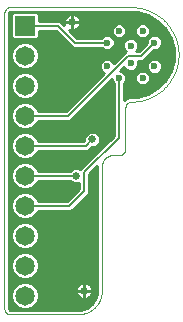
<source format=gbl>
G75*
%MOIN*%
%OFA0B0*%
%FSLAX25Y25*%
%IPPOS*%
%LPD*%
%AMOC8*
5,1,8,0,0,1.08239X$1,22.5*
%
%ADD10C,0.00000*%
%ADD11C,0.02362*%
%ADD12R,0.06500X0.06500*%
%ADD13C,0.06500*%
%ADD14C,0.00787*%
%ADD15C,0.02559*%
%ADD16C,0.01000*%
D10*
X0043854Y0005437D02*
X0043854Y0103862D01*
X0043853Y0103862D02*
X0043855Y0103948D01*
X0043860Y0104034D01*
X0043870Y0104119D01*
X0043883Y0104204D01*
X0043900Y0104288D01*
X0043920Y0104372D01*
X0043944Y0104454D01*
X0043972Y0104535D01*
X0044003Y0104616D01*
X0044037Y0104694D01*
X0044075Y0104771D01*
X0044117Y0104847D01*
X0044161Y0104920D01*
X0044209Y0104991D01*
X0044260Y0105061D01*
X0044314Y0105128D01*
X0044370Y0105192D01*
X0044430Y0105254D01*
X0044492Y0105314D01*
X0044556Y0105370D01*
X0044623Y0105424D01*
X0044693Y0105475D01*
X0044764Y0105523D01*
X0044838Y0105567D01*
X0044913Y0105609D01*
X0044990Y0105647D01*
X0045068Y0105681D01*
X0045149Y0105712D01*
X0045230Y0105740D01*
X0045312Y0105764D01*
X0045396Y0105784D01*
X0045480Y0105801D01*
X0045565Y0105814D01*
X0045650Y0105824D01*
X0045736Y0105829D01*
X0045822Y0105831D01*
X0086176Y0105831D01*
X0101924Y0090083D02*
X0101919Y0089702D01*
X0101906Y0089322D01*
X0101883Y0088942D01*
X0101850Y0088563D01*
X0101809Y0088185D01*
X0101759Y0087808D01*
X0101699Y0087432D01*
X0101631Y0087057D01*
X0101553Y0086685D01*
X0101466Y0086314D01*
X0101371Y0085946D01*
X0101266Y0085580D01*
X0101153Y0085217D01*
X0101031Y0084856D01*
X0100901Y0084499D01*
X0100761Y0084145D01*
X0100614Y0083794D01*
X0100457Y0083447D01*
X0100293Y0083104D01*
X0100120Y0082765D01*
X0099939Y0082430D01*
X0099750Y0082099D01*
X0099553Y0081774D01*
X0099349Y0081453D01*
X0099136Y0081137D01*
X0098916Y0080827D01*
X0098689Y0080521D01*
X0098454Y0080222D01*
X0098212Y0079928D01*
X0097964Y0079640D01*
X0097708Y0079358D01*
X0097445Y0079083D01*
X0097176Y0078814D01*
X0096901Y0078551D01*
X0096619Y0078295D01*
X0096331Y0078047D01*
X0096037Y0077805D01*
X0095738Y0077570D01*
X0095432Y0077343D01*
X0095122Y0077123D01*
X0094806Y0076910D01*
X0094485Y0076706D01*
X0094160Y0076509D01*
X0093829Y0076320D01*
X0093494Y0076139D01*
X0093155Y0075966D01*
X0092812Y0075802D01*
X0092465Y0075645D01*
X0092114Y0075498D01*
X0091760Y0075358D01*
X0091403Y0075228D01*
X0091042Y0075106D01*
X0090679Y0074993D01*
X0090313Y0074888D01*
X0089945Y0074793D01*
X0089574Y0074706D01*
X0089202Y0074628D01*
X0088827Y0074560D01*
X0088451Y0074500D01*
X0088074Y0074450D01*
X0087696Y0074409D01*
X0087317Y0074376D01*
X0086937Y0074353D01*
X0086557Y0074340D01*
X0086176Y0074335D01*
X0086090Y0074333D01*
X0086004Y0074328D01*
X0085919Y0074318D01*
X0085834Y0074305D01*
X0085750Y0074288D01*
X0085666Y0074268D01*
X0085584Y0074244D01*
X0085503Y0074216D01*
X0085422Y0074185D01*
X0085344Y0074151D01*
X0085267Y0074113D01*
X0085192Y0074071D01*
X0085118Y0074027D01*
X0085047Y0073979D01*
X0084977Y0073928D01*
X0084910Y0073874D01*
X0084846Y0073818D01*
X0084784Y0073758D01*
X0084724Y0073696D01*
X0084668Y0073632D01*
X0084614Y0073565D01*
X0084563Y0073495D01*
X0084515Y0073424D01*
X0084471Y0073351D01*
X0084429Y0073275D01*
X0084391Y0073198D01*
X0084357Y0073120D01*
X0084326Y0073039D01*
X0084298Y0072958D01*
X0084274Y0072876D01*
X0084254Y0072792D01*
X0084237Y0072708D01*
X0084224Y0072623D01*
X0084214Y0072538D01*
X0084209Y0072452D01*
X0084207Y0072366D01*
X0084208Y0072366D02*
X0084208Y0058587D01*
X0084206Y0058501D01*
X0084201Y0058415D01*
X0084191Y0058330D01*
X0084178Y0058245D01*
X0084161Y0058161D01*
X0084141Y0058077D01*
X0084117Y0057995D01*
X0084089Y0057914D01*
X0084058Y0057833D01*
X0084024Y0057755D01*
X0083986Y0057678D01*
X0083944Y0057603D01*
X0083900Y0057529D01*
X0083852Y0057458D01*
X0083801Y0057388D01*
X0083747Y0057321D01*
X0083691Y0057257D01*
X0083631Y0057195D01*
X0083569Y0057135D01*
X0083505Y0057079D01*
X0083438Y0057025D01*
X0083368Y0056974D01*
X0083297Y0056926D01*
X0083224Y0056882D01*
X0083148Y0056840D01*
X0083071Y0056802D01*
X0082993Y0056768D01*
X0082912Y0056737D01*
X0082831Y0056709D01*
X0082749Y0056685D01*
X0082665Y0056665D01*
X0082581Y0056648D01*
X0082496Y0056635D01*
X0082411Y0056625D01*
X0082325Y0056620D01*
X0082239Y0056618D01*
X0080271Y0056618D01*
X0080147Y0056616D01*
X0080024Y0056610D01*
X0079900Y0056601D01*
X0079778Y0056587D01*
X0079655Y0056570D01*
X0079533Y0056548D01*
X0079412Y0056523D01*
X0079292Y0056494D01*
X0079173Y0056462D01*
X0079054Y0056425D01*
X0078937Y0056385D01*
X0078822Y0056342D01*
X0078707Y0056294D01*
X0078595Y0056243D01*
X0078484Y0056189D01*
X0078374Y0056131D01*
X0078267Y0056070D01*
X0078161Y0056005D01*
X0078058Y0055937D01*
X0077957Y0055866D01*
X0077858Y0055792D01*
X0077761Y0055715D01*
X0077667Y0055634D01*
X0077576Y0055551D01*
X0077487Y0055465D01*
X0077401Y0055376D01*
X0077318Y0055285D01*
X0077237Y0055191D01*
X0077160Y0055094D01*
X0077086Y0054995D01*
X0077015Y0054894D01*
X0076947Y0054791D01*
X0076882Y0054685D01*
X0076821Y0054578D01*
X0076763Y0054468D01*
X0076709Y0054357D01*
X0076658Y0054245D01*
X0076610Y0054130D01*
X0076567Y0054015D01*
X0076527Y0053898D01*
X0076490Y0053779D01*
X0076458Y0053660D01*
X0076429Y0053540D01*
X0076404Y0053419D01*
X0076382Y0053297D01*
X0076365Y0053174D01*
X0076351Y0053052D01*
X0076342Y0052928D01*
X0076336Y0052805D01*
X0076334Y0052681D01*
X0076334Y0011343D01*
X0076332Y0011153D01*
X0076325Y0010963D01*
X0076313Y0010773D01*
X0076297Y0010583D01*
X0076277Y0010394D01*
X0076251Y0010205D01*
X0076222Y0010017D01*
X0076187Y0009830D01*
X0076148Y0009644D01*
X0076105Y0009459D01*
X0076057Y0009274D01*
X0076005Y0009091D01*
X0075949Y0008910D01*
X0075888Y0008730D01*
X0075822Y0008551D01*
X0075753Y0008374D01*
X0075679Y0008198D01*
X0075601Y0008025D01*
X0075518Y0007853D01*
X0075432Y0007684D01*
X0075342Y0007516D01*
X0075247Y0007351D01*
X0075149Y0007188D01*
X0075046Y0007028D01*
X0074940Y0006870D01*
X0074830Y0006715D01*
X0074717Y0006562D01*
X0074599Y0006412D01*
X0074478Y0006266D01*
X0074354Y0006122D01*
X0074226Y0005981D01*
X0074095Y0005843D01*
X0073960Y0005708D01*
X0073822Y0005577D01*
X0073681Y0005449D01*
X0073537Y0005325D01*
X0073391Y0005204D01*
X0073241Y0005086D01*
X0073088Y0004973D01*
X0072933Y0004863D01*
X0072775Y0004757D01*
X0072615Y0004654D01*
X0072452Y0004556D01*
X0072287Y0004461D01*
X0072119Y0004371D01*
X0071950Y0004285D01*
X0071778Y0004202D01*
X0071605Y0004124D01*
X0071429Y0004050D01*
X0071252Y0003981D01*
X0071073Y0003915D01*
X0070893Y0003854D01*
X0070712Y0003798D01*
X0070529Y0003746D01*
X0070344Y0003698D01*
X0070159Y0003655D01*
X0069973Y0003616D01*
X0069786Y0003581D01*
X0069598Y0003552D01*
X0069409Y0003526D01*
X0069220Y0003506D01*
X0069030Y0003490D01*
X0068840Y0003478D01*
X0068650Y0003471D01*
X0068460Y0003469D01*
X0045822Y0003469D01*
X0045822Y0003468D02*
X0045736Y0003470D01*
X0045650Y0003475D01*
X0045565Y0003485D01*
X0045480Y0003498D01*
X0045396Y0003515D01*
X0045312Y0003535D01*
X0045230Y0003559D01*
X0045149Y0003587D01*
X0045068Y0003618D01*
X0044990Y0003652D01*
X0044913Y0003690D01*
X0044838Y0003732D01*
X0044764Y0003776D01*
X0044693Y0003824D01*
X0044623Y0003875D01*
X0044556Y0003929D01*
X0044492Y0003985D01*
X0044430Y0004045D01*
X0044370Y0004107D01*
X0044314Y0004171D01*
X0044260Y0004238D01*
X0044209Y0004308D01*
X0044161Y0004379D01*
X0044117Y0004453D01*
X0044075Y0004528D01*
X0044037Y0004605D01*
X0044003Y0004683D01*
X0043972Y0004764D01*
X0043944Y0004845D01*
X0043920Y0004927D01*
X0043900Y0005011D01*
X0043883Y0005095D01*
X0043870Y0005180D01*
X0043860Y0005265D01*
X0043855Y0005351D01*
X0043853Y0005437D01*
X0101924Y0090083D02*
X0101919Y0090464D01*
X0101906Y0090844D01*
X0101883Y0091224D01*
X0101850Y0091603D01*
X0101809Y0091981D01*
X0101759Y0092358D01*
X0101699Y0092734D01*
X0101631Y0093109D01*
X0101553Y0093481D01*
X0101466Y0093852D01*
X0101371Y0094220D01*
X0101266Y0094586D01*
X0101153Y0094949D01*
X0101031Y0095310D01*
X0100901Y0095667D01*
X0100761Y0096021D01*
X0100614Y0096372D01*
X0100457Y0096719D01*
X0100293Y0097062D01*
X0100120Y0097401D01*
X0099939Y0097736D01*
X0099750Y0098067D01*
X0099553Y0098392D01*
X0099349Y0098713D01*
X0099136Y0099029D01*
X0098916Y0099339D01*
X0098689Y0099645D01*
X0098454Y0099944D01*
X0098212Y0100238D01*
X0097964Y0100526D01*
X0097708Y0100808D01*
X0097445Y0101083D01*
X0097176Y0101352D01*
X0096901Y0101615D01*
X0096619Y0101871D01*
X0096331Y0102119D01*
X0096037Y0102361D01*
X0095738Y0102596D01*
X0095432Y0102823D01*
X0095122Y0103043D01*
X0094806Y0103256D01*
X0094485Y0103460D01*
X0094160Y0103657D01*
X0093829Y0103846D01*
X0093494Y0104027D01*
X0093155Y0104200D01*
X0092812Y0104364D01*
X0092465Y0104521D01*
X0092114Y0104668D01*
X0091760Y0104808D01*
X0091403Y0104938D01*
X0091042Y0105060D01*
X0090679Y0105173D01*
X0090313Y0105278D01*
X0089945Y0105373D01*
X0089574Y0105460D01*
X0089202Y0105538D01*
X0088827Y0105606D01*
X0088451Y0105666D01*
X0088074Y0105716D01*
X0087696Y0105757D01*
X0087317Y0105790D01*
X0086937Y0105813D01*
X0086557Y0105826D01*
X0086176Y0105831D01*
D11*
X0089917Y0097957D03*
X0093854Y0094020D03*
X0093854Y0086146D03*
X0089917Y0082209D03*
X0085980Y0087130D03*
X0085980Y0093035D03*
X0082043Y0097957D03*
X0078106Y0094020D03*
X0078106Y0086146D03*
X0082043Y0082209D03*
D12*
X0050743Y0099650D03*
D13*
X0050743Y0089650D03*
X0050743Y0079650D03*
X0050743Y0069650D03*
X0050743Y0059650D03*
X0050743Y0049650D03*
X0050743Y0039650D03*
X0050743Y0029650D03*
X0050743Y0019650D03*
X0050743Y0009650D03*
D14*
X0050743Y0039650D02*
X0065493Y0039650D01*
X0070539Y0044696D01*
X0070539Y0050824D01*
X0082043Y0062327D01*
X0082043Y0082209D01*
X0084943Y0089492D02*
X0065101Y0069650D01*
X0050743Y0069650D01*
X0050743Y0059650D02*
X0070988Y0059650D01*
X0073129Y0061791D01*
X0067712Y0049650D02*
X0050743Y0049650D01*
X0067427Y0094020D02*
X0078106Y0094020D01*
X0084943Y0089492D02*
X0089326Y0089492D01*
X0093854Y0094020D01*
X0067427Y0094020D02*
X0061797Y0099650D01*
X0050743Y0099650D01*
D15*
X0066491Y0100909D03*
X0073129Y0061791D03*
X0067712Y0049650D03*
X0070428Y0011343D03*
D16*
X0070428Y0014122D01*
X0070155Y0014122D01*
X0069618Y0014015D01*
X0069112Y0013806D01*
X0068657Y0013502D01*
X0068269Y0013114D01*
X0067965Y0012659D01*
X0067756Y0012153D01*
X0067649Y0011616D01*
X0067649Y0011343D01*
X0070428Y0011343D01*
X0070428Y0011343D01*
X0070428Y0011342D01*
X0070428Y0011342D01*
X0070428Y0008563D01*
X0070155Y0008563D01*
X0069618Y0008670D01*
X0069112Y0008879D01*
X0068657Y0009184D01*
X0068269Y0009571D01*
X0067965Y0010026D01*
X0067756Y0010532D01*
X0067649Y0011069D01*
X0067649Y0011342D01*
X0070428Y0011342D01*
X0070428Y0008563D01*
X0070702Y0008563D01*
X0071239Y0008670D01*
X0071745Y0008879D01*
X0072200Y0009184D01*
X0072587Y0009571D01*
X0072892Y0010026D01*
X0073101Y0010532D01*
X0073208Y0011069D01*
X0073208Y0011342D01*
X0070429Y0011342D01*
X0070429Y0011343D01*
X0073208Y0011343D01*
X0073208Y0011616D01*
X0073101Y0012153D01*
X0072892Y0012659D01*
X0072587Y0013114D01*
X0072200Y0013502D01*
X0071745Y0013806D01*
X0071239Y0014015D01*
X0070702Y0014122D01*
X0070428Y0014122D01*
X0070428Y0011343D01*
X0070428Y0011200D02*
X0070428Y0011200D01*
X0070428Y0010202D02*
X0070428Y0010202D01*
X0070428Y0009203D02*
X0070428Y0009203D01*
X0068637Y0009203D02*
X0055281Y0009203D01*
X0055281Y0008747D02*
X0054590Y0007079D01*
X0053314Y0005803D01*
X0051646Y0005112D01*
X0049841Y0005112D01*
X0048173Y0005803D01*
X0046897Y0007079D01*
X0046206Y0008747D01*
X0046206Y0010552D01*
X0046897Y0012220D01*
X0048173Y0013496D01*
X0049841Y0014187D01*
X0051646Y0014187D01*
X0053314Y0013496D01*
X0054590Y0012220D01*
X0055281Y0010552D01*
X0055281Y0008747D01*
X0055056Y0008205D02*
X0073981Y0008205D01*
X0074153Y0008442D02*
X0072978Y0006824D01*
X0071361Y0005649D01*
X0069459Y0005031D01*
X0068460Y0004953D01*
X0045822Y0004953D01*
X0045697Y0004969D01*
X0045480Y0005095D01*
X0045354Y0005312D01*
X0045338Y0005437D01*
X0045338Y0103862D01*
X0045354Y0103988D01*
X0045480Y0104205D01*
X0045697Y0104330D01*
X0045822Y0104346D01*
X0086176Y0104346D01*
X0088038Y0104224D01*
X0091635Y0103261D01*
X0094860Y0101399D01*
X0097493Y0098766D01*
X0099354Y0095541D01*
X0100318Y0091944D01*
X0100440Y0090083D01*
X0092294Y0090083D01*
X0093293Y0091081D02*
X0100375Y0091081D01*
X0100440Y0090083D02*
X0100440Y0090083D01*
X0100318Y0088221D01*
X0099354Y0084624D01*
X0097493Y0081399D01*
X0097493Y0081399D01*
X0094860Y0078766D01*
X0091635Y0076905D01*
X0088038Y0075941D01*
X0086176Y0075819D01*
X0085251Y0075819D01*
X0083724Y0074937D01*
X0083724Y0080399D01*
X0084135Y0080810D01*
X0084511Y0081718D01*
X0084511Y0082700D01*
X0084135Y0083607D01*
X0083441Y0084301D01*
X0082534Y0084677D01*
X0082505Y0084677D01*
X0083791Y0085963D01*
X0083887Y0085732D01*
X0084581Y0085037D01*
X0085489Y0084661D01*
X0086471Y0084661D01*
X0087378Y0085037D01*
X0088072Y0085732D01*
X0088448Y0086639D01*
X0088448Y0087621D01*
X0088369Y0087811D01*
X0090022Y0087811D01*
X0091007Y0088796D01*
X0093763Y0091551D01*
X0094345Y0091551D01*
X0095252Y0091927D01*
X0095946Y0092621D01*
X0096322Y0093529D01*
X0096322Y0094511D01*
X0095946Y0095418D01*
X0095252Y0096112D01*
X0094345Y0096488D01*
X0093363Y0096488D01*
X0092455Y0096112D01*
X0091761Y0095418D01*
X0091385Y0094511D01*
X0091385Y0093929D01*
X0088630Y0091173D01*
X0087608Y0091173D01*
X0088072Y0091637D01*
X0088448Y0092544D01*
X0088448Y0093526D01*
X0088072Y0094434D01*
X0087378Y0095128D01*
X0086471Y0095504D01*
X0085489Y0095504D01*
X0084581Y0095128D01*
X0083887Y0094434D01*
X0083511Y0093526D01*
X0083511Y0092544D01*
X0083887Y0091637D01*
X0084351Y0091173D01*
X0084247Y0091173D01*
X0080321Y0087248D01*
X0080198Y0087544D01*
X0079504Y0088238D01*
X0078597Y0088614D01*
X0077615Y0088614D01*
X0076707Y0088238D01*
X0076013Y0087544D01*
X0075637Y0086637D01*
X0075637Y0085655D01*
X0076013Y0084747D01*
X0076707Y0084053D01*
X0077004Y0083930D01*
X0064404Y0071331D01*
X0054958Y0071331D01*
X0054590Y0072220D01*
X0053314Y0073496D01*
X0051646Y0074187D01*
X0049841Y0074187D01*
X0048173Y0073496D01*
X0046897Y0072220D01*
X0046206Y0070552D01*
X0046206Y0068747D01*
X0046897Y0067079D01*
X0048173Y0065803D01*
X0049841Y0065112D01*
X0051646Y0065112D01*
X0053314Y0065803D01*
X0054590Y0067079D01*
X0054958Y0067969D01*
X0065797Y0067969D01*
X0079574Y0081746D01*
X0079574Y0081718D01*
X0079950Y0080810D01*
X0080361Y0080399D01*
X0080361Y0063023D01*
X0069165Y0051826D01*
X0068222Y0052217D01*
X0067201Y0052217D01*
X0066258Y0051826D01*
X0065763Y0051331D01*
X0054958Y0051331D01*
X0054590Y0052220D01*
X0053314Y0053496D01*
X0051646Y0054187D01*
X0049841Y0054187D01*
X0048173Y0053496D01*
X0046897Y0052220D01*
X0046206Y0050552D01*
X0046206Y0048747D01*
X0046897Y0047079D01*
X0048173Y0045803D01*
X0049841Y0045112D01*
X0051646Y0045112D01*
X0053314Y0045803D01*
X0054590Y0047079D01*
X0054958Y0047969D01*
X0065763Y0047969D01*
X0066258Y0047473D01*
X0067201Y0047083D01*
X0068222Y0047083D01*
X0068858Y0047346D01*
X0068858Y0045392D01*
X0064797Y0041331D01*
X0054958Y0041331D01*
X0054590Y0042220D01*
X0053314Y0043496D01*
X0051646Y0044187D01*
X0049841Y0044187D01*
X0048173Y0043496D01*
X0046897Y0042220D01*
X0046206Y0040552D01*
X0046206Y0038747D01*
X0046897Y0037079D01*
X0048173Y0035803D01*
X0049841Y0035112D01*
X0051646Y0035112D01*
X0053314Y0035803D01*
X0054590Y0037079D01*
X0054958Y0037969D01*
X0066189Y0037969D01*
X0071236Y0043015D01*
X0072220Y0044000D01*
X0072220Y0050127D01*
X0074850Y0052756D01*
X0074850Y0011343D01*
X0074771Y0010343D01*
X0074153Y0008442D01*
X0074401Y0009203D02*
X0072220Y0009203D01*
X0072964Y0010202D02*
X0074725Y0010202D01*
X0074838Y0011200D02*
X0073208Y0011200D01*
X0073082Y0012199D02*
X0074850Y0012199D01*
X0074850Y0013197D02*
X0072504Y0013197D01*
X0070428Y0013197D02*
X0070428Y0013197D01*
X0070428Y0012199D02*
X0070428Y0012199D01*
X0068352Y0013197D02*
X0053613Y0013197D01*
X0054599Y0012199D02*
X0067775Y0012199D01*
X0067649Y0011200D02*
X0055012Y0011200D01*
X0055281Y0010202D02*
X0067892Y0010202D01*
X0070007Y0005209D02*
X0051880Y0005209D01*
X0053718Y0006208D02*
X0072130Y0006208D01*
X0073256Y0007206D02*
X0054643Y0007206D01*
X0049607Y0005209D02*
X0045414Y0005209D01*
X0045338Y0006208D02*
X0047768Y0006208D01*
X0046844Y0007206D02*
X0045338Y0007206D01*
X0045338Y0008205D02*
X0046431Y0008205D01*
X0046206Y0009203D02*
X0045338Y0009203D01*
X0045338Y0010202D02*
X0046206Y0010202D01*
X0046474Y0011200D02*
X0045338Y0011200D01*
X0045338Y0012199D02*
X0046888Y0012199D01*
X0047874Y0013197D02*
X0045338Y0013197D01*
X0045338Y0014196D02*
X0074850Y0014196D01*
X0074850Y0015194D02*
X0051844Y0015194D01*
X0051646Y0015112D02*
X0053314Y0015803D01*
X0054590Y0017079D01*
X0055281Y0018747D01*
X0055281Y0020552D01*
X0054590Y0022220D01*
X0053314Y0023496D01*
X0051646Y0024187D01*
X0049841Y0024187D01*
X0048173Y0023496D01*
X0046897Y0022220D01*
X0046206Y0020552D01*
X0046206Y0018747D01*
X0046897Y0017079D01*
X0048173Y0015803D01*
X0049841Y0015112D01*
X0051646Y0015112D01*
X0053703Y0016193D02*
X0074850Y0016193D01*
X0074850Y0017191D02*
X0054636Y0017191D01*
X0055050Y0018190D02*
X0074850Y0018190D01*
X0074850Y0019188D02*
X0055281Y0019188D01*
X0055281Y0020187D02*
X0074850Y0020187D01*
X0074850Y0021185D02*
X0055018Y0021185D01*
X0054605Y0022184D02*
X0074850Y0022184D01*
X0074850Y0023182D02*
X0053627Y0023182D01*
X0051661Y0024181D02*
X0074850Y0024181D01*
X0074850Y0025179D02*
X0051808Y0025179D01*
X0051646Y0025112D02*
X0053314Y0025803D01*
X0054590Y0027079D01*
X0055281Y0028747D01*
X0055281Y0030552D01*
X0054590Y0032220D01*
X0053314Y0033496D01*
X0051646Y0034187D01*
X0049841Y0034187D01*
X0048173Y0033496D01*
X0046897Y0032220D01*
X0046206Y0030552D01*
X0046206Y0028747D01*
X0046897Y0027079D01*
X0048173Y0025803D01*
X0049841Y0025112D01*
X0051646Y0025112D01*
X0053689Y0026178D02*
X0074850Y0026178D01*
X0074850Y0027176D02*
X0054630Y0027176D01*
X0055044Y0028175D02*
X0074850Y0028175D01*
X0074850Y0029173D02*
X0055281Y0029173D01*
X0055281Y0030172D02*
X0074850Y0030172D01*
X0074850Y0031171D02*
X0055025Y0031171D01*
X0054611Y0032169D02*
X0074850Y0032169D01*
X0074850Y0033168D02*
X0053642Y0033168D01*
X0051697Y0034166D02*
X0074850Y0034166D01*
X0074850Y0035165D02*
X0051772Y0035165D01*
X0053674Y0036163D02*
X0074850Y0036163D01*
X0074850Y0037162D02*
X0054624Y0037162D01*
X0054617Y0042154D02*
X0065620Y0042154D01*
X0066619Y0043153D02*
X0053657Y0043153D01*
X0051732Y0044151D02*
X0067617Y0044151D01*
X0068616Y0045150D02*
X0051736Y0045150D01*
X0053659Y0046148D02*
X0068858Y0046148D01*
X0068858Y0047147D02*
X0068377Y0047147D01*
X0067047Y0047147D02*
X0054618Y0047147D01*
X0054623Y0052139D02*
X0067015Y0052139D01*
X0068409Y0052139D02*
X0069478Y0052139D01*
X0070476Y0053138D02*
X0053672Y0053138D01*
X0051768Y0054136D02*
X0071475Y0054136D01*
X0072473Y0055135D02*
X0051700Y0055135D01*
X0051646Y0055112D02*
X0053314Y0055803D01*
X0054590Y0057079D01*
X0054958Y0057969D01*
X0071684Y0057969D01*
X0072669Y0058953D01*
X0072940Y0059224D01*
X0073640Y0059224D01*
X0074583Y0059615D01*
X0075305Y0060337D01*
X0075696Y0061281D01*
X0075696Y0062302D01*
X0075305Y0063245D01*
X0074583Y0063967D01*
X0073640Y0064358D01*
X0072619Y0064358D01*
X0071675Y0063967D01*
X0070953Y0063245D01*
X0070562Y0062302D01*
X0070562Y0061602D01*
X0070291Y0061331D01*
X0054958Y0061331D01*
X0054590Y0062220D01*
X0053314Y0063496D01*
X0051646Y0064187D01*
X0049841Y0064187D01*
X0048173Y0063496D01*
X0046897Y0062220D01*
X0046206Y0060552D01*
X0046206Y0058747D01*
X0046897Y0057079D01*
X0048173Y0055803D01*
X0049841Y0055112D01*
X0051646Y0055112D01*
X0053644Y0056133D02*
X0073472Y0056133D01*
X0074470Y0057132D02*
X0054612Y0057132D01*
X0054630Y0062124D02*
X0070562Y0062124D01*
X0070903Y0063123D02*
X0053687Y0063123D01*
X0051804Y0064121D02*
X0072047Y0064121D01*
X0074211Y0064121D02*
X0080361Y0064121D01*
X0080361Y0063123D02*
X0075356Y0063123D01*
X0075696Y0062124D02*
X0079463Y0062124D01*
X0078464Y0061126D02*
X0075632Y0061126D01*
X0075096Y0060127D02*
X0077466Y0060127D01*
X0076467Y0059129D02*
X0072844Y0059129D01*
X0071846Y0058130D02*
X0075469Y0058130D01*
X0074850Y0052139D02*
X0074232Y0052139D01*
X0074850Y0051141D02*
X0073234Y0051141D01*
X0072235Y0050142D02*
X0074850Y0050142D01*
X0074850Y0049144D02*
X0072220Y0049144D01*
X0072220Y0048145D02*
X0074850Y0048145D01*
X0074850Y0047147D02*
X0072220Y0047147D01*
X0072220Y0046148D02*
X0074850Y0046148D01*
X0074850Y0045150D02*
X0072220Y0045150D01*
X0072220Y0044151D02*
X0074850Y0044151D01*
X0074850Y0043153D02*
X0071373Y0043153D01*
X0070375Y0042154D02*
X0074850Y0042154D01*
X0074850Y0041156D02*
X0069376Y0041156D01*
X0068378Y0040157D02*
X0074850Y0040157D01*
X0074850Y0039159D02*
X0067379Y0039159D01*
X0066381Y0038160D02*
X0074850Y0038160D01*
X0080361Y0065120D02*
X0051664Y0065120D01*
X0053629Y0066118D02*
X0080361Y0066118D01*
X0080361Y0067117D02*
X0054606Y0067117D01*
X0054636Y0072109D02*
X0065183Y0072109D01*
X0066181Y0073108D02*
X0053702Y0073108D01*
X0051840Y0074106D02*
X0067180Y0074106D01*
X0068178Y0075105D02*
X0045338Y0075105D01*
X0045338Y0074106D02*
X0049646Y0074106D01*
X0049841Y0075112D02*
X0051646Y0075112D01*
X0053314Y0075803D01*
X0054590Y0077079D01*
X0055281Y0078747D01*
X0055281Y0080552D01*
X0054590Y0082220D01*
X0053314Y0083496D01*
X0051646Y0084187D01*
X0049841Y0084187D01*
X0048173Y0083496D01*
X0046897Y0082220D01*
X0046206Y0080552D01*
X0046206Y0078747D01*
X0046897Y0077079D01*
X0048173Y0075803D01*
X0049841Y0075112D01*
X0047873Y0076104D02*
X0045338Y0076104D01*
X0045338Y0077102D02*
X0046887Y0077102D01*
X0046474Y0078101D02*
X0045338Y0078101D01*
X0045338Y0079099D02*
X0046206Y0079099D01*
X0046206Y0080098D02*
X0045338Y0080098D01*
X0045338Y0081096D02*
X0046431Y0081096D01*
X0046845Y0082095D02*
X0045338Y0082095D01*
X0045338Y0083093D02*
X0047770Y0083093D01*
X0049611Y0084092D02*
X0045338Y0084092D01*
X0045338Y0085090D02*
X0075871Y0085090D01*
X0075637Y0086089D02*
X0053599Y0086089D01*
X0053314Y0085803D02*
X0054590Y0087079D01*
X0055281Y0088747D01*
X0055281Y0090552D01*
X0054590Y0092220D01*
X0053314Y0093496D01*
X0051646Y0094187D01*
X0049841Y0094187D01*
X0048173Y0093496D01*
X0046897Y0092220D01*
X0046206Y0090552D01*
X0046206Y0088747D01*
X0046897Y0087079D01*
X0048173Y0085803D01*
X0049841Y0085112D01*
X0051646Y0085112D01*
X0053314Y0085803D01*
X0054593Y0087087D02*
X0075824Y0087087D01*
X0076555Y0088086D02*
X0055007Y0088086D01*
X0055281Y0089084D02*
X0082158Y0089084D01*
X0083156Y0090083D02*
X0055281Y0090083D01*
X0055062Y0091081D02*
X0084155Y0091081D01*
X0083704Y0092080D02*
X0079657Y0092080D01*
X0079504Y0091927D02*
X0080198Y0092621D01*
X0080574Y0093529D01*
X0080574Y0094511D01*
X0080198Y0095418D01*
X0079504Y0096112D01*
X0078597Y0096488D01*
X0077615Y0096488D01*
X0076707Y0096112D01*
X0076296Y0095701D01*
X0068123Y0095701D01*
X0065521Y0098303D01*
X0065681Y0098237D01*
X0066218Y0098130D01*
X0066491Y0098130D01*
X0066491Y0100909D01*
X0066491Y0100909D01*
X0063712Y0100909D01*
X0063712Y0100636D01*
X0063819Y0100099D01*
X0063885Y0099939D01*
X0062493Y0101331D01*
X0055281Y0101331D01*
X0055281Y0103433D01*
X0054527Y0104187D01*
X0046960Y0104187D01*
X0046206Y0103433D01*
X0046206Y0095866D01*
X0046960Y0095112D01*
X0054527Y0095112D01*
X0055281Y0095866D01*
X0055281Y0097969D01*
X0061101Y0097969D01*
X0065746Y0093323D01*
X0066731Y0092339D01*
X0076296Y0092339D01*
X0076707Y0091927D01*
X0077615Y0091551D01*
X0078597Y0091551D01*
X0079504Y0091927D01*
X0080387Y0093078D02*
X0083511Y0093078D01*
X0083739Y0094077D02*
X0080574Y0094077D01*
X0080340Y0095075D02*
X0084528Y0095075D01*
X0083651Y0096074D02*
X0088309Y0096074D01*
X0088518Y0095864D02*
X0089426Y0095488D01*
X0090408Y0095488D01*
X0091315Y0095864D01*
X0092009Y0096558D01*
X0092385Y0097466D01*
X0092385Y0098448D01*
X0092009Y0099355D01*
X0091315Y0100049D01*
X0090408Y0100425D01*
X0089426Y0100425D01*
X0088518Y0100049D01*
X0087824Y0099355D01*
X0087448Y0098448D01*
X0087448Y0097466D01*
X0087824Y0096558D01*
X0088518Y0095864D01*
X0087431Y0095075D02*
X0091619Y0095075D01*
X0091525Y0096074D02*
X0092417Y0096074D01*
X0092222Y0097072D02*
X0098470Y0097072D01*
X0097894Y0098071D02*
X0092385Y0098071D01*
X0092128Y0099069D02*
X0097189Y0099069D01*
X0096191Y0100068D02*
X0091270Y0100068D01*
X0088563Y0100068D02*
X0083396Y0100068D01*
X0083441Y0100049D02*
X0082534Y0100425D01*
X0081552Y0100425D01*
X0080644Y0100049D01*
X0079950Y0099355D01*
X0079574Y0098448D01*
X0079574Y0097466D01*
X0079950Y0096558D01*
X0080644Y0095864D01*
X0081552Y0095488D01*
X0082534Y0095488D01*
X0083441Y0095864D01*
X0084135Y0096558D01*
X0084511Y0097466D01*
X0084511Y0098448D01*
X0084135Y0099355D01*
X0083441Y0100049D01*
X0084254Y0099069D02*
X0087706Y0099069D01*
X0087448Y0098071D02*
X0084511Y0098071D01*
X0084348Y0097072D02*
X0087611Y0097072D01*
X0088220Y0094077D02*
X0091385Y0094077D01*
X0090535Y0093078D02*
X0088448Y0093078D01*
X0088256Y0092080D02*
X0089536Y0092080D01*
X0091296Y0089084D02*
X0100375Y0089084D01*
X0100282Y0088086D02*
X0095405Y0088086D01*
X0095252Y0088238D02*
X0094345Y0088614D01*
X0093363Y0088614D01*
X0092455Y0088238D01*
X0091761Y0087544D01*
X0091385Y0086637D01*
X0091385Y0085655D01*
X0091761Y0084747D01*
X0092455Y0084053D01*
X0093363Y0083677D01*
X0094345Y0083677D01*
X0095252Y0084053D01*
X0095946Y0084747D01*
X0096322Y0085655D01*
X0096322Y0086637D01*
X0095946Y0087544D01*
X0095252Y0088238D01*
X0096136Y0087087D02*
X0100014Y0087087D01*
X0099747Y0086089D02*
X0096322Y0086089D01*
X0096088Y0085090D02*
X0099479Y0085090D01*
X0099047Y0084092D02*
X0095291Y0084092D01*
X0097894Y0082095D02*
X0092385Y0082095D01*
X0092385Y0081718D02*
X0092009Y0080810D01*
X0091315Y0080116D01*
X0090408Y0079740D01*
X0089426Y0079740D01*
X0088518Y0080116D01*
X0087824Y0080810D01*
X0087448Y0081718D01*
X0087448Y0082700D01*
X0087824Y0083607D01*
X0088518Y0084301D01*
X0089426Y0084677D01*
X0090408Y0084677D01*
X0091315Y0084301D01*
X0092009Y0083607D01*
X0092385Y0082700D01*
X0092385Y0081718D01*
X0092128Y0081096D02*
X0097189Y0081096D01*
X0096191Y0080098D02*
X0091270Y0080098D01*
X0088563Y0080098D02*
X0083724Y0080098D01*
X0083724Y0079099D02*
X0095192Y0079099D01*
X0093706Y0078101D02*
X0083724Y0078101D01*
X0083724Y0077102D02*
X0091977Y0077102D01*
X0088645Y0076104D02*
X0083724Y0076104D01*
X0083724Y0075105D02*
X0084015Y0075105D01*
X0080361Y0075105D02*
X0072933Y0075105D01*
X0071935Y0074106D02*
X0080361Y0074106D01*
X0080361Y0073108D02*
X0070936Y0073108D01*
X0069938Y0072109D02*
X0080361Y0072109D01*
X0080361Y0071111D02*
X0068939Y0071111D01*
X0067941Y0070112D02*
X0080361Y0070112D01*
X0080361Y0069114D02*
X0066942Y0069114D01*
X0065944Y0068115D02*
X0080361Y0068115D01*
X0080361Y0076104D02*
X0073932Y0076104D01*
X0074930Y0077102D02*
X0080361Y0077102D01*
X0080361Y0078101D02*
X0075929Y0078101D01*
X0076927Y0079099D02*
X0080361Y0079099D01*
X0080361Y0080098D02*
X0077926Y0080098D01*
X0078924Y0081096D02*
X0079832Y0081096D01*
X0076167Y0083093D02*
X0053717Y0083093D01*
X0054642Y0082095D02*
X0075168Y0082095D01*
X0074170Y0081096D02*
X0055055Y0081096D01*
X0055281Y0080098D02*
X0073171Y0080098D01*
X0072173Y0079099D02*
X0055281Y0079099D01*
X0055013Y0078101D02*
X0071174Y0078101D01*
X0070176Y0077102D02*
X0054599Y0077102D01*
X0053614Y0076104D02*
X0069177Y0076104D01*
X0076669Y0084092D02*
X0051876Y0084092D01*
X0047887Y0086089D02*
X0045338Y0086089D01*
X0045338Y0087087D02*
X0046894Y0087087D01*
X0046480Y0088086D02*
X0045338Y0088086D01*
X0045338Y0089084D02*
X0046206Y0089084D01*
X0046206Y0090083D02*
X0045338Y0090083D01*
X0045338Y0091081D02*
X0046425Y0091081D01*
X0046839Y0092080D02*
X0045338Y0092080D01*
X0045338Y0093078D02*
X0047755Y0093078D01*
X0049575Y0094077D02*
X0045338Y0094077D01*
X0045338Y0095075D02*
X0063994Y0095075D01*
X0064992Y0094077D02*
X0051912Y0094077D01*
X0053732Y0093078D02*
X0065991Y0093078D01*
X0067750Y0096074D02*
X0076669Y0096074D01*
X0079543Y0096074D02*
X0080435Y0096074D01*
X0079737Y0097072D02*
X0066752Y0097072D01*
X0066765Y0098130D02*
X0067302Y0098237D01*
X0067808Y0098446D01*
X0068263Y0098750D01*
X0068650Y0099138D01*
X0068955Y0099593D01*
X0069164Y0100099D01*
X0069271Y0100636D01*
X0069271Y0100909D01*
X0066492Y0100909D01*
X0066492Y0100909D01*
X0066491Y0100909D02*
X0066491Y0098130D01*
X0066765Y0098130D01*
X0066491Y0099069D02*
X0066491Y0099069D01*
X0066491Y0100068D02*
X0066491Y0100068D01*
X0066491Y0100909D02*
X0066491Y0100909D01*
X0063712Y0100909D01*
X0063712Y0101183D01*
X0063819Y0101720D01*
X0064028Y0102226D01*
X0064332Y0102681D01*
X0064720Y0103068D01*
X0065175Y0103373D01*
X0065681Y0103582D01*
X0066218Y0103689D01*
X0066491Y0103689D01*
X0066491Y0100910D01*
X0066491Y0100910D01*
X0066491Y0103689D01*
X0066765Y0103689D01*
X0067302Y0103582D01*
X0067808Y0103373D01*
X0068263Y0103068D01*
X0068650Y0102681D01*
X0068955Y0102226D01*
X0069164Y0101720D01*
X0069271Y0101183D01*
X0069271Y0100909D01*
X0066492Y0100909D01*
X0066491Y0101066D02*
X0066491Y0101066D01*
X0066491Y0102065D02*
X0066491Y0102065D01*
X0066491Y0103063D02*
X0066491Y0103063D01*
X0068268Y0103063D02*
X0091977Y0103063D01*
X0093706Y0102065D02*
X0069021Y0102065D01*
X0069271Y0101066D02*
X0095192Y0101066D01*
X0095291Y0096074D02*
X0099047Y0096074D01*
X0099479Y0095075D02*
X0096088Y0095075D01*
X0096322Y0094077D02*
X0099747Y0094077D01*
X0100014Y0093078D02*
X0096136Y0093078D01*
X0095405Y0092080D02*
X0100282Y0092080D01*
X0098471Y0083093D02*
X0092222Y0083093D01*
X0092417Y0084092D02*
X0091525Y0084092D01*
X0091619Y0085090D02*
X0087431Y0085090D01*
X0088220Y0086089D02*
X0091385Y0086089D01*
X0091572Y0087087D02*
X0088448Y0087087D01*
X0090297Y0088086D02*
X0092303Y0088086D01*
X0088309Y0084092D02*
X0083651Y0084092D01*
X0084348Y0083093D02*
X0087611Y0083093D01*
X0087448Y0082095D02*
X0084511Y0082095D01*
X0084254Y0081096D02*
X0087706Y0081096D01*
X0084528Y0085090D02*
X0082918Y0085090D01*
X0081159Y0088086D02*
X0079657Y0088086D01*
X0076555Y0092080D02*
X0054648Y0092080D01*
X0055281Y0096074D02*
X0062995Y0096074D01*
X0061997Y0097072D02*
X0055281Y0097072D01*
X0055281Y0102065D02*
X0063961Y0102065D01*
X0063712Y0101066D02*
X0062758Y0101066D01*
X0063756Y0100068D02*
X0063831Y0100068D01*
X0065753Y0098071D02*
X0079574Y0098071D01*
X0079832Y0099069D02*
X0068582Y0099069D01*
X0069151Y0100068D02*
X0080689Y0100068D01*
X0088645Y0104062D02*
X0054652Y0104062D01*
X0055281Y0103063D02*
X0064714Y0103063D01*
X0046835Y0104062D02*
X0045397Y0104062D01*
X0045338Y0103063D02*
X0046206Y0103063D01*
X0046206Y0102065D02*
X0045338Y0102065D01*
X0045338Y0101066D02*
X0046206Y0101066D01*
X0046206Y0100068D02*
X0045338Y0100068D01*
X0045338Y0099069D02*
X0046206Y0099069D01*
X0046206Y0098071D02*
X0045338Y0098071D01*
X0045338Y0097072D02*
X0046206Y0097072D01*
X0046206Y0096074D02*
X0045338Y0096074D01*
X0045338Y0073108D02*
X0047785Y0073108D01*
X0046851Y0072109D02*
X0045338Y0072109D01*
X0045338Y0071111D02*
X0046437Y0071111D01*
X0046206Y0070112D02*
X0045338Y0070112D01*
X0045338Y0069114D02*
X0046206Y0069114D01*
X0046468Y0068115D02*
X0045338Y0068115D01*
X0045338Y0067117D02*
X0046881Y0067117D01*
X0047858Y0066118D02*
X0045338Y0066118D01*
X0045338Y0065120D02*
X0049822Y0065120D01*
X0049682Y0064121D02*
X0045338Y0064121D01*
X0045338Y0063123D02*
X0047800Y0063123D01*
X0046857Y0062124D02*
X0045338Y0062124D01*
X0045338Y0061126D02*
X0046444Y0061126D01*
X0046206Y0060127D02*
X0045338Y0060127D01*
X0045338Y0059129D02*
X0046206Y0059129D01*
X0046461Y0058130D02*
X0045338Y0058130D01*
X0045338Y0057132D02*
X0046875Y0057132D01*
X0047843Y0056133D02*
X0045338Y0056133D01*
X0045338Y0055135D02*
X0049786Y0055135D01*
X0049718Y0054136D02*
X0045338Y0054136D01*
X0045338Y0053138D02*
X0047815Y0053138D01*
X0046863Y0052139D02*
X0045338Y0052139D01*
X0045338Y0051141D02*
X0046450Y0051141D01*
X0046206Y0050142D02*
X0045338Y0050142D01*
X0045338Y0049144D02*
X0046206Y0049144D01*
X0046455Y0048145D02*
X0045338Y0048145D01*
X0045338Y0047147D02*
X0046869Y0047147D01*
X0047828Y0046148D02*
X0045338Y0046148D01*
X0045338Y0045150D02*
X0049750Y0045150D01*
X0049754Y0044151D02*
X0045338Y0044151D01*
X0045338Y0043153D02*
X0047830Y0043153D01*
X0046870Y0042154D02*
X0045338Y0042154D01*
X0045338Y0041156D02*
X0046456Y0041156D01*
X0046206Y0040157D02*
X0045338Y0040157D01*
X0045338Y0039159D02*
X0046206Y0039159D01*
X0046449Y0038160D02*
X0045338Y0038160D01*
X0045338Y0037162D02*
X0046863Y0037162D01*
X0047813Y0036163D02*
X0045338Y0036163D01*
X0045338Y0035165D02*
X0049714Y0035165D01*
X0049790Y0034166D02*
X0045338Y0034166D01*
X0045338Y0033168D02*
X0047844Y0033168D01*
X0046876Y0032169D02*
X0045338Y0032169D01*
X0045338Y0031171D02*
X0046462Y0031171D01*
X0046206Y0030172D02*
X0045338Y0030172D01*
X0045338Y0029173D02*
X0046206Y0029173D01*
X0046443Y0028175D02*
X0045338Y0028175D01*
X0045338Y0027176D02*
X0046857Y0027176D01*
X0047798Y0026178D02*
X0045338Y0026178D01*
X0045338Y0025179D02*
X0049678Y0025179D01*
X0049826Y0024181D02*
X0045338Y0024181D01*
X0045338Y0023182D02*
X0047859Y0023182D01*
X0046882Y0022184D02*
X0045338Y0022184D01*
X0045338Y0021185D02*
X0046468Y0021185D01*
X0046206Y0020187D02*
X0045338Y0020187D01*
X0045338Y0019188D02*
X0046206Y0019188D01*
X0046437Y0018190D02*
X0045338Y0018190D01*
X0045338Y0017191D02*
X0046850Y0017191D01*
X0047783Y0016193D02*
X0045338Y0016193D01*
X0045338Y0015194D02*
X0049643Y0015194D01*
M02*

</source>
